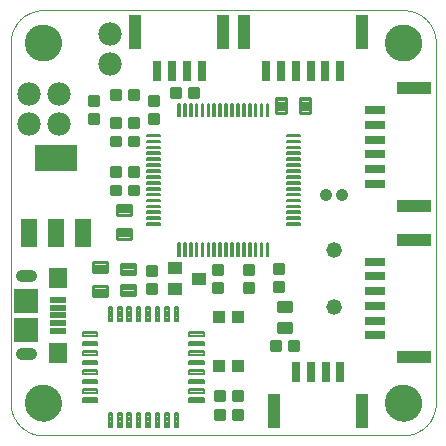
<source format=gts>
G75*
%MOIN*%
%OFA0B0*%
%FSLAX25Y25*%
%IPPOS*%
%LPD*%
%AMOC8*
5,1,8,0,0,1.08239X$1,22.5*
%
%ADD10C,0.00000*%
%ADD11C,0.12211*%
%ADD12C,0.00975*%
%ADD13C,0.01100*%
%ADD14C,0.05200*%
%ADD15C,0.04150*%
%ADD16R,0.07093X0.02762*%
%ADD17R,0.11424X0.04337*%
%ADD18R,0.02762X0.07093*%
%ADD19R,0.04337X0.11424*%
%ADD20C,0.07800*%
%ADD21C,0.00831*%
%ADD22C,0.00790*%
%ADD23R,0.04900X0.04400*%
%ADD24R,0.04337X0.03943*%
%ADD25R,0.05400X0.09400*%
%ADD26R,0.14400X0.08900*%
%ADD27R,0.05715X0.01975*%
%ADD28R,0.05912X0.06699*%
%ADD29C,0.00039*%
%ADD30R,0.07880X0.07880*%
%ADD31C,0.03943*%
D10*
X0006040Y0013081D02*
X0006040Y0133159D01*
X0010961Y0133159D02*
X0010963Y0133312D01*
X0010969Y0133466D01*
X0010979Y0133619D01*
X0010993Y0133771D01*
X0011011Y0133924D01*
X0011033Y0134075D01*
X0011058Y0134226D01*
X0011088Y0134377D01*
X0011122Y0134527D01*
X0011159Y0134675D01*
X0011200Y0134823D01*
X0011245Y0134969D01*
X0011294Y0135115D01*
X0011347Y0135259D01*
X0011403Y0135401D01*
X0011463Y0135542D01*
X0011527Y0135682D01*
X0011594Y0135820D01*
X0011665Y0135956D01*
X0011740Y0136090D01*
X0011817Y0136222D01*
X0011899Y0136352D01*
X0011983Y0136480D01*
X0012071Y0136606D01*
X0012162Y0136729D01*
X0012256Y0136850D01*
X0012354Y0136968D01*
X0012454Y0137084D01*
X0012558Y0137197D01*
X0012664Y0137308D01*
X0012773Y0137416D01*
X0012885Y0137521D01*
X0012999Y0137622D01*
X0013117Y0137721D01*
X0013236Y0137817D01*
X0013358Y0137910D01*
X0013483Y0137999D01*
X0013610Y0138086D01*
X0013739Y0138168D01*
X0013870Y0138248D01*
X0014003Y0138324D01*
X0014138Y0138397D01*
X0014275Y0138466D01*
X0014414Y0138531D01*
X0014554Y0138593D01*
X0014696Y0138651D01*
X0014839Y0138706D01*
X0014984Y0138757D01*
X0015130Y0138804D01*
X0015277Y0138847D01*
X0015425Y0138886D01*
X0015574Y0138922D01*
X0015724Y0138953D01*
X0015875Y0138981D01*
X0016026Y0139005D01*
X0016179Y0139025D01*
X0016331Y0139041D01*
X0016484Y0139053D01*
X0016637Y0139061D01*
X0016790Y0139065D01*
X0016944Y0139065D01*
X0017097Y0139061D01*
X0017250Y0139053D01*
X0017403Y0139041D01*
X0017555Y0139025D01*
X0017708Y0139005D01*
X0017859Y0138981D01*
X0018010Y0138953D01*
X0018160Y0138922D01*
X0018309Y0138886D01*
X0018457Y0138847D01*
X0018604Y0138804D01*
X0018750Y0138757D01*
X0018895Y0138706D01*
X0019038Y0138651D01*
X0019180Y0138593D01*
X0019320Y0138531D01*
X0019459Y0138466D01*
X0019596Y0138397D01*
X0019731Y0138324D01*
X0019864Y0138248D01*
X0019995Y0138168D01*
X0020124Y0138086D01*
X0020251Y0137999D01*
X0020376Y0137910D01*
X0020498Y0137817D01*
X0020617Y0137721D01*
X0020735Y0137622D01*
X0020849Y0137521D01*
X0020961Y0137416D01*
X0021070Y0137308D01*
X0021176Y0137197D01*
X0021280Y0137084D01*
X0021380Y0136968D01*
X0021478Y0136850D01*
X0021572Y0136729D01*
X0021663Y0136606D01*
X0021751Y0136480D01*
X0021835Y0136352D01*
X0021917Y0136222D01*
X0021994Y0136090D01*
X0022069Y0135956D01*
X0022140Y0135820D01*
X0022207Y0135682D01*
X0022271Y0135542D01*
X0022331Y0135401D01*
X0022387Y0135259D01*
X0022440Y0135115D01*
X0022489Y0134969D01*
X0022534Y0134823D01*
X0022575Y0134675D01*
X0022612Y0134527D01*
X0022646Y0134377D01*
X0022676Y0134226D01*
X0022701Y0134075D01*
X0022723Y0133924D01*
X0022741Y0133771D01*
X0022755Y0133619D01*
X0022765Y0133466D01*
X0022771Y0133312D01*
X0022773Y0133159D01*
X0022771Y0133006D01*
X0022765Y0132852D01*
X0022755Y0132699D01*
X0022741Y0132547D01*
X0022723Y0132394D01*
X0022701Y0132243D01*
X0022676Y0132092D01*
X0022646Y0131941D01*
X0022612Y0131791D01*
X0022575Y0131643D01*
X0022534Y0131495D01*
X0022489Y0131349D01*
X0022440Y0131203D01*
X0022387Y0131059D01*
X0022331Y0130917D01*
X0022271Y0130776D01*
X0022207Y0130636D01*
X0022140Y0130498D01*
X0022069Y0130362D01*
X0021994Y0130228D01*
X0021917Y0130096D01*
X0021835Y0129966D01*
X0021751Y0129838D01*
X0021663Y0129712D01*
X0021572Y0129589D01*
X0021478Y0129468D01*
X0021380Y0129350D01*
X0021280Y0129234D01*
X0021176Y0129121D01*
X0021070Y0129010D01*
X0020961Y0128902D01*
X0020849Y0128797D01*
X0020735Y0128696D01*
X0020617Y0128597D01*
X0020498Y0128501D01*
X0020376Y0128408D01*
X0020251Y0128319D01*
X0020124Y0128232D01*
X0019995Y0128150D01*
X0019864Y0128070D01*
X0019731Y0127994D01*
X0019596Y0127921D01*
X0019459Y0127852D01*
X0019320Y0127787D01*
X0019180Y0127725D01*
X0019038Y0127667D01*
X0018895Y0127612D01*
X0018750Y0127561D01*
X0018604Y0127514D01*
X0018457Y0127471D01*
X0018309Y0127432D01*
X0018160Y0127396D01*
X0018010Y0127365D01*
X0017859Y0127337D01*
X0017708Y0127313D01*
X0017555Y0127293D01*
X0017403Y0127277D01*
X0017250Y0127265D01*
X0017097Y0127257D01*
X0016944Y0127253D01*
X0016790Y0127253D01*
X0016637Y0127257D01*
X0016484Y0127265D01*
X0016331Y0127277D01*
X0016179Y0127293D01*
X0016026Y0127313D01*
X0015875Y0127337D01*
X0015724Y0127365D01*
X0015574Y0127396D01*
X0015425Y0127432D01*
X0015277Y0127471D01*
X0015130Y0127514D01*
X0014984Y0127561D01*
X0014839Y0127612D01*
X0014696Y0127667D01*
X0014554Y0127725D01*
X0014414Y0127787D01*
X0014275Y0127852D01*
X0014138Y0127921D01*
X0014003Y0127994D01*
X0013870Y0128070D01*
X0013739Y0128150D01*
X0013610Y0128232D01*
X0013483Y0128319D01*
X0013358Y0128408D01*
X0013236Y0128501D01*
X0013117Y0128597D01*
X0012999Y0128696D01*
X0012885Y0128797D01*
X0012773Y0128902D01*
X0012664Y0129010D01*
X0012558Y0129121D01*
X0012454Y0129234D01*
X0012354Y0129350D01*
X0012256Y0129468D01*
X0012162Y0129589D01*
X0012071Y0129712D01*
X0011983Y0129838D01*
X0011899Y0129966D01*
X0011817Y0130096D01*
X0011740Y0130228D01*
X0011665Y0130362D01*
X0011594Y0130498D01*
X0011527Y0130636D01*
X0011463Y0130776D01*
X0011403Y0130917D01*
X0011347Y0131059D01*
X0011294Y0131203D01*
X0011245Y0131349D01*
X0011200Y0131495D01*
X0011159Y0131643D01*
X0011122Y0131791D01*
X0011088Y0131941D01*
X0011058Y0132092D01*
X0011033Y0132243D01*
X0011011Y0132394D01*
X0010993Y0132547D01*
X0010979Y0132699D01*
X0010969Y0132852D01*
X0010963Y0133006D01*
X0010961Y0133159D01*
X0006040Y0133159D02*
X0006043Y0133421D01*
X0006053Y0133682D01*
X0006068Y0133943D01*
X0006091Y0134204D01*
X0006119Y0134464D01*
X0006154Y0134723D01*
X0006195Y0134982D01*
X0006242Y0135239D01*
X0006295Y0135495D01*
X0006355Y0135750D01*
X0006420Y0136003D01*
X0006492Y0136255D01*
X0006570Y0136505D01*
X0006654Y0136753D01*
X0006744Y0136998D01*
X0006839Y0137242D01*
X0006941Y0137483D01*
X0007048Y0137722D01*
X0007161Y0137957D01*
X0007280Y0138191D01*
X0007405Y0138421D01*
X0007534Y0138648D01*
X0007670Y0138872D01*
X0007811Y0139092D01*
X0007957Y0139309D01*
X0008108Y0139523D01*
X0008264Y0139733D01*
X0008425Y0139939D01*
X0008592Y0140141D01*
X0008763Y0140339D01*
X0008939Y0140532D01*
X0009119Y0140722D01*
X0009304Y0140907D01*
X0009494Y0141087D01*
X0009687Y0141263D01*
X0009885Y0141434D01*
X0010087Y0141601D01*
X0010293Y0141762D01*
X0010503Y0141918D01*
X0010717Y0142069D01*
X0010934Y0142215D01*
X0011154Y0142356D01*
X0011378Y0142492D01*
X0011605Y0142621D01*
X0011835Y0142746D01*
X0012069Y0142865D01*
X0012304Y0142978D01*
X0012543Y0143085D01*
X0012784Y0143187D01*
X0013028Y0143282D01*
X0013273Y0143372D01*
X0013521Y0143456D01*
X0013771Y0143534D01*
X0014023Y0143606D01*
X0014276Y0143671D01*
X0014531Y0143731D01*
X0014787Y0143784D01*
X0015044Y0143831D01*
X0015303Y0143872D01*
X0015562Y0143907D01*
X0015822Y0143935D01*
X0016083Y0143958D01*
X0016344Y0143973D01*
X0016605Y0143983D01*
X0016867Y0143986D01*
X0136946Y0143986D01*
X0131040Y0133159D02*
X0131042Y0133312D01*
X0131048Y0133466D01*
X0131058Y0133619D01*
X0131072Y0133771D01*
X0131090Y0133924D01*
X0131112Y0134075D01*
X0131137Y0134226D01*
X0131167Y0134377D01*
X0131201Y0134527D01*
X0131238Y0134675D01*
X0131279Y0134823D01*
X0131324Y0134969D01*
X0131373Y0135115D01*
X0131426Y0135259D01*
X0131482Y0135401D01*
X0131542Y0135542D01*
X0131606Y0135682D01*
X0131673Y0135820D01*
X0131744Y0135956D01*
X0131819Y0136090D01*
X0131896Y0136222D01*
X0131978Y0136352D01*
X0132062Y0136480D01*
X0132150Y0136606D01*
X0132241Y0136729D01*
X0132335Y0136850D01*
X0132433Y0136968D01*
X0132533Y0137084D01*
X0132637Y0137197D01*
X0132743Y0137308D01*
X0132852Y0137416D01*
X0132964Y0137521D01*
X0133078Y0137622D01*
X0133196Y0137721D01*
X0133315Y0137817D01*
X0133437Y0137910D01*
X0133562Y0137999D01*
X0133689Y0138086D01*
X0133818Y0138168D01*
X0133949Y0138248D01*
X0134082Y0138324D01*
X0134217Y0138397D01*
X0134354Y0138466D01*
X0134493Y0138531D01*
X0134633Y0138593D01*
X0134775Y0138651D01*
X0134918Y0138706D01*
X0135063Y0138757D01*
X0135209Y0138804D01*
X0135356Y0138847D01*
X0135504Y0138886D01*
X0135653Y0138922D01*
X0135803Y0138953D01*
X0135954Y0138981D01*
X0136105Y0139005D01*
X0136258Y0139025D01*
X0136410Y0139041D01*
X0136563Y0139053D01*
X0136716Y0139061D01*
X0136869Y0139065D01*
X0137023Y0139065D01*
X0137176Y0139061D01*
X0137329Y0139053D01*
X0137482Y0139041D01*
X0137634Y0139025D01*
X0137787Y0139005D01*
X0137938Y0138981D01*
X0138089Y0138953D01*
X0138239Y0138922D01*
X0138388Y0138886D01*
X0138536Y0138847D01*
X0138683Y0138804D01*
X0138829Y0138757D01*
X0138974Y0138706D01*
X0139117Y0138651D01*
X0139259Y0138593D01*
X0139399Y0138531D01*
X0139538Y0138466D01*
X0139675Y0138397D01*
X0139810Y0138324D01*
X0139943Y0138248D01*
X0140074Y0138168D01*
X0140203Y0138086D01*
X0140330Y0137999D01*
X0140455Y0137910D01*
X0140577Y0137817D01*
X0140696Y0137721D01*
X0140814Y0137622D01*
X0140928Y0137521D01*
X0141040Y0137416D01*
X0141149Y0137308D01*
X0141255Y0137197D01*
X0141359Y0137084D01*
X0141459Y0136968D01*
X0141557Y0136850D01*
X0141651Y0136729D01*
X0141742Y0136606D01*
X0141830Y0136480D01*
X0141914Y0136352D01*
X0141996Y0136222D01*
X0142073Y0136090D01*
X0142148Y0135956D01*
X0142219Y0135820D01*
X0142286Y0135682D01*
X0142350Y0135542D01*
X0142410Y0135401D01*
X0142466Y0135259D01*
X0142519Y0135115D01*
X0142568Y0134969D01*
X0142613Y0134823D01*
X0142654Y0134675D01*
X0142691Y0134527D01*
X0142725Y0134377D01*
X0142755Y0134226D01*
X0142780Y0134075D01*
X0142802Y0133924D01*
X0142820Y0133771D01*
X0142834Y0133619D01*
X0142844Y0133466D01*
X0142850Y0133312D01*
X0142852Y0133159D01*
X0142850Y0133006D01*
X0142844Y0132852D01*
X0142834Y0132699D01*
X0142820Y0132547D01*
X0142802Y0132394D01*
X0142780Y0132243D01*
X0142755Y0132092D01*
X0142725Y0131941D01*
X0142691Y0131791D01*
X0142654Y0131643D01*
X0142613Y0131495D01*
X0142568Y0131349D01*
X0142519Y0131203D01*
X0142466Y0131059D01*
X0142410Y0130917D01*
X0142350Y0130776D01*
X0142286Y0130636D01*
X0142219Y0130498D01*
X0142148Y0130362D01*
X0142073Y0130228D01*
X0141996Y0130096D01*
X0141914Y0129966D01*
X0141830Y0129838D01*
X0141742Y0129712D01*
X0141651Y0129589D01*
X0141557Y0129468D01*
X0141459Y0129350D01*
X0141359Y0129234D01*
X0141255Y0129121D01*
X0141149Y0129010D01*
X0141040Y0128902D01*
X0140928Y0128797D01*
X0140814Y0128696D01*
X0140696Y0128597D01*
X0140577Y0128501D01*
X0140455Y0128408D01*
X0140330Y0128319D01*
X0140203Y0128232D01*
X0140074Y0128150D01*
X0139943Y0128070D01*
X0139810Y0127994D01*
X0139675Y0127921D01*
X0139538Y0127852D01*
X0139399Y0127787D01*
X0139259Y0127725D01*
X0139117Y0127667D01*
X0138974Y0127612D01*
X0138829Y0127561D01*
X0138683Y0127514D01*
X0138536Y0127471D01*
X0138388Y0127432D01*
X0138239Y0127396D01*
X0138089Y0127365D01*
X0137938Y0127337D01*
X0137787Y0127313D01*
X0137634Y0127293D01*
X0137482Y0127277D01*
X0137329Y0127265D01*
X0137176Y0127257D01*
X0137023Y0127253D01*
X0136869Y0127253D01*
X0136716Y0127257D01*
X0136563Y0127265D01*
X0136410Y0127277D01*
X0136258Y0127293D01*
X0136105Y0127313D01*
X0135954Y0127337D01*
X0135803Y0127365D01*
X0135653Y0127396D01*
X0135504Y0127432D01*
X0135356Y0127471D01*
X0135209Y0127514D01*
X0135063Y0127561D01*
X0134918Y0127612D01*
X0134775Y0127667D01*
X0134633Y0127725D01*
X0134493Y0127787D01*
X0134354Y0127852D01*
X0134217Y0127921D01*
X0134082Y0127994D01*
X0133949Y0128070D01*
X0133818Y0128150D01*
X0133689Y0128232D01*
X0133562Y0128319D01*
X0133437Y0128408D01*
X0133315Y0128501D01*
X0133196Y0128597D01*
X0133078Y0128696D01*
X0132964Y0128797D01*
X0132852Y0128902D01*
X0132743Y0129010D01*
X0132637Y0129121D01*
X0132533Y0129234D01*
X0132433Y0129350D01*
X0132335Y0129468D01*
X0132241Y0129589D01*
X0132150Y0129712D01*
X0132062Y0129838D01*
X0131978Y0129966D01*
X0131896Y0130096D01*
X0131819Y0130228D01*
X0131744Y0130362D01*
X0131673Y0130498D01*
X0131606Y0130636D01*
X0131542Y0130776D01*
X0131482Y0130917D01*
X0131426Y0131059D01*
X0131373Y0131203D01*
X0131324Y0131349D01*
X0131279Y0131495D01*
X0131238Y0131643D01*
X0131201Y0131791D01*
X0131167Y0131941D01*
X0131137Y0132092D01*
X0131112Y0132243D01*
X0131090Y0132394D01*
X0131072Y0132547D01*
X0131058Y0132699D01*
X0131048Y0132852D01*
X0131042Y0133006D01*
X0131040Y0133159D01*
X0136946Y0143986D02*
X0137208Y0143983D01*
X0137469Y0143973D01*
X0137730Y0143958D01*
X0137991Y0143935D01*
X0138251Y0143907D01*
X0138510Y0143872D01*
X0138769Y0143831D01*
X0139026Y0143784D01*
X0139282Y0143731D01*
X0139537Y0143671D01*
X0139790Y0143606D01*
X0140042Y0143534D01*
X0140292Y0143456D01*
X0140540Y0143372D01*
X0140785Y0143282D01*
X0141029Y0143187D01*
X0141270Y0143085D01*
X0141509Y0142978D01*
X0141744Y0142865D01*
X0141978Y0142746D01*
X0142208Y0142621D01*
X0142435Y0142492D01*
X0142659Y0142356D01*
X0142879Y0142215D01*
X0143096Y0142069D01*
X0143310Y0141918D01*
X0143520Y0141762D01*
X0143726Y0141601D01*
X0143928Y0141434D01*
X0144126Y0141263D01*
X0144319Y0141087D01*
X0144509Y0140907D01*
X0144694Y0140722D01*
X0144874Y0140532D01*
X0145050Y0140339D01*
X0145221Y0140141D01*
X0145388Y0139939D01*
X0145549Y0139733D01*
X0145705Y0139523D01*
X0145856Y0139309D01*
X0146002Y0139092D01*
X0146143Y0138872D01*
X0146279Y0138648D01*
X0146408Y0138421D01*
X0146533Y0138191D01*
X0146652Y0137957D01*
X0146765Y0137722D01*
X0146872Y0137483D01*
X0146974Y0137242D01*
X0147069Y0136998D01*
X0147159Y0136753D01*
X0147243Y0136505D01*
X0147321Y0136255D01*
X0147393Y0136003D01*
X0147458Y0135750D01*
X0147518Y0135495D01*
X0147571Y0135239D01*
X0147618Y0134982D01*
X0147659Y0134723D01*
X0147694Y0134464D01*
X0147722Y0134204D01*
X0147745Y0133943D01*
X0147760Y0133682D01*
X0147770Y0133421D01*
X0147773Y0133159D01*
X0147772Y0133159D02*
X0147772Y0013081D01*
X0131040Y0013081D02*
X0131042Y0013234D01*
X0131048Y0013388D01*
X0131058Y0013541D01*
X0131072Y0013693D01*
X0131090Y0013846D01*
X0131112Y0013997D01*
X0131137Y0014148D01*
X0131167Y0014299D01*
X0131201Y0014449D01*
X0131238Y0014597D01*
X0131279Y0014745D01*
X0131324Y0014891D01*
X0131373Y0015037D01*
X0131426Y0015181D01*
X0131482Y0015323D01*
X0131542Y0015464D01*
X0131606Y0015604D01*
X0131673Y0015742D01*
X0131744Y0015878D01*
X0131819Y0016012D01*
X0131896Y0016144D01*
X0131978Y0016274D01*
X0132062Y0016402D01*
X0132150Y0016528D01*
X0132241Y0016651D01*
X0132335Y0016772D01*
X0132433Y0016890D01*
X0132533Y0017006D01*
X0132637Y0017119D01*
X0132743Y0017230D01*
X0132852Y0017338D01*
X0132964Y0017443D01*
X0133078Y0017544D01*
X0133196Y0017643D01*
X0133315Y0017739D01*
X0133437Y0017832D01*
X0133562Y0017921D01*
X0133689Y0018008D01*
X0133818Y0018090D01*
X0133949Y0018170D01*
X0134082Y0018246D01*
X0134217Y0018319D01*
X0134354Y0018388D01*
X0134493Y0018453D01*
X0134633Y0018515D01*
X0134775Y0018573D01*
X0134918Y0018628D01*
X0135063Y0018679D01*
X0135209Y0018726D01*
X0135356Y0018769D01*
X0135504Y0018808D01*
X0135653Y0018844D01*
X0135803Y0018875D01*
X0135954Y0018903D01*
X0136105Y0018927D01*
X0136258Y0018947D01*
X0136410Y0018963D01*
X0136563Y0018975D01*
X0136716Y0018983D01*
X0136869Y0018987D01*
X0137023Y0018987D01*
X0137176Y0018983D01*
X0137329Y0018975D01*
X0137482Y0018963D01*
X0137634Y0018947D01*
X0137787Y0018927D01*
X0137938Y0018903D01*
X0138089Y0018875D01*
X0138239Y0018844D01*
X0138388Y0018808D01*
X0138536Y0018769D01*
X0138683Y0018726D01*
X0138829Y0018679D01*
X0138974Y0018628D01*
X0139117Y0018573D01*
X0139259Y0018515D01*
X0139399Y0018453D01*
X0139538Y0018388D01*
X0139675Y0018319D01*
X0139810Y0018246D01*
X0139943Y0018170D01*
X0140074Y0018090D01*
X0140203Y0018008D01*
X0140330Y0017921D01*
X0140455Y0017832D01*
X0140577Y0017739D01*
X0140696Y0017643D01*
X0140814Y0017544D01*
X0140928Y0017443D01*
X0141040Y0017338D01*
X0141149Y0017230D01*
X0141255Y0017119D01*
X0141359Y0017006D01*
X0141459Y0016890D01*
X0141557Y0016772D01*
X0141651Y0016651D01*
X0141742Y0016528D01*
X0141830Y0016402D01*
X0141914Y0016274D01*
X0141996Y0016144D01*
X0142073Y0016012D01*
X0142148Y0015878D01*
X0142219Y0015742D01*
X0142286Y0015604D01*
X0142350Y0015464D01*
X0142410Y0015323D01*
X0142466Y0015181D01*
X0142519Y0015037D01*
X0142568Y0014891D01*
X0142613Y0014745D01*
X0142654Y0014597D01*
X0142691Y0014449D01*
X0142725Y0014299D01*
X0142755Y0014148D01*
X0142780Y0013997D01*
X0142802Y0013846D01*
X0142820Y0013693D01*
X0142834Y0013541D01*
X0142844Y0013388D01*
X0142850Y0013234D01*
X0142852Y0013081D01*
X0142850Y0012928D01*
X0142844Y0012774D01*
X0142834Y0012621D01*
X0142820Y0012469D01*
X0142802Y0012316D01*
X0142780Y0012165D01*
X0142755Y0012014D01*
X0142725Y0011863D01*
X0142691Y0011713D01*
X0142654Y0011565D01*
X0142613Y0011417D01*
X0142568Y0011271D01*
X0142519Y0011125D01*
X0142466Y0010981D01*
X0142410Y0010839D01*
X0142350Y0010698D01*
X0142286Y0010558D01*
X0142219Y0010420D01*
X0142148Y0010284D01*
X0142073Y0010150D01*
X0141996Y0010018D01*
X0141914Y0009888D01*
X0141830Y0009760D01*
X0141742Y0009634D01*
X0141651Y0009511D01*
X0141557Y0009390D01*
X0141459Y0009272D01*
X0141359Y0009156D01*
X0141255Y0009043D01*
X0141149Y0008932D01*
X0141040Y0008824D01*
X0140928Y0008719D01*
X0140814Y0008618D01*
X0140696Y0008519D01*
X0140577Y0008423D01*
X0140455Y0008330D01*
X0140330Y0008241D01*
X0140203Y0008154D01*
X0140074Y0008072D01*
X0139943Y0007992D01*
X0139810Y0007916D01*
X0139675Y0007843D01*
X0139538Y0007774D01*
X0139399Y0007709D01*
X0139259Y0007647D01*
X0139117Y0007589D01*
X0138974Y0007534D01*
X0138829Y0007483D01*
X0138683Y0007436D01*
X0138536Y0007393D01*
X0138388Y0007354D01*
X0138239Y0007318D01*
X0138089Y0007287D01*
X0137938Y0007259D01*
X0137787Y0007235D01*
X0137634Y0007215D01*
X0137482Y0007199D01*
X0137329Y0007187D01*
X0137176Y0007179D01*
X0137023Y0007175D01*
X0136869Y0007175D01*
X0136716Y0007179D01*
X0136563Y0007187D01*
X0136410Y0007199D01*
X0136258Y0007215D01*
X0136105Y0007235D01*
X0135954Y0007259D01*
X0135803Y0007287D01*
X0135653Y0007318D01*
X0135504Y0007354D01*
X0135356Y0007393D01*
X0135209Y0007436D01*
X0135063Y0007483D01*
X0134918Y0007534D01*
X0134775Y0007589D01*
X0134633Y0007647D01*
X0134493Y0007709D01*
X0134354Y0007774D01*
X0134217Y0007843D01*
X0134082Y0007916D01*
X0133949Y0007992D01*
X0133818Y0008072D01*
X0133689Y0008154D01*
X0133562Y0008241D01*
X0133437Y0008330D01*
X0133315Y0008423D01*
X0133196Y0008519D01*
X0133078Y0008618D01*
X0132964Y0008719D01*
X0132852Y0008824D01*
X0132743Y0008932D01*
X0132637Y0009043D01*
X0132533Y0009156D01*
X0132433Y0009272D01*
X0132335Y0009390D01*
X0132241Y0009511D01*
X0132150Y0009634D01*
X0132062Y0009760D01*
X0131978Y0009888D01*
X0131896Y0010018D01*
X0131819Y0010150D01*
X0131744Y0010284D01*
X0131673Y0010420D01*
X0131606Y0010558D01*
X0131542Y0010698D01*
X0131482Y0010839D01*
X0131426Y0010981D01*
X0131373Y0011125D01*
X0131324Y0011271D01*
X0131279Y0011417D01*
X0131238Y0011565D01*
X0131201Y0011713D01*
X0131167Y0011863D01*
X0131137Y0012014D01*
X0131112Y0012165D01*
X0131090Y0012316D01*
X0131072Y0012469D01*
X0131058Y0012621D01*
X0131048Y0012774D01*
X0131042Y0012928D01*
X0131040Y0013081D01*
X0136946Y0002254D02*
X0137208Y0002257D01*
X0137469Y0002267D01*
X0137730Y0002282D01*
X0137991Y0002305D01*
X0138251Y0002333D01*
X0138510Y0002368D01*
X0138769Y0002409D01*
X0139026Y0002456D01*
X0139282Y0002509D01*
X0139537Y0002569D01*
X0139790Y0002634D01*
X0140042Y0002706D01*
X0140292Y0002784D01*
X0140540Y0002868D01*
X0140785Y0002958D01*
X0141029Y0003053D01*
X0141270Y0003155D01*
X0141509Y0003262D01*
X0141744Y0003375D01*
X0141978Y0003494D01*
X0142208Y0003619D01*
X0142435Y0003748D01*
X0142659Y0003884D01*
X0142879Y0004025D01*
X0143096Y0004171D01*
X0143310Y0004322D01*
X0143520Y0004478D01*
X0143726Y0004639D01*
X0143928Y0004806D01*
X0144126Y0004977D01*
X0144319Y0005153D01*
X0144509Y0005333D01*
X0144694Y0005518D01*
X0144874Y0005708D01*
X0145050Y0005901D01*
X0145221Y0006099D01*
X0145388Y0006301D01*
X0145549Y0006507D01*
X0145705Y0006717D01*
X0145856Y0006931D01*
X0146002Y0007148D01*
X0146143Y0007368D01*
X0146279Y0007592D01*
X0146408Y0007819D01*
X0146533Y0008049D01*
X0146652Y0008283D01*
X0146765Y0008518D01*
X0146872Y0008757D01*
X0146974Y0008998D01*
X0147069Y0009242D01*
X0147159Y0009487D01*
X0147243Y0009735D01*
X0147321Y0009985D01*
X0147393Y0010237D01*
X0147458Y0010490D01*
X0147518Y0010745D01*
X0147571Y0011001D01*
X0147618Y0011258D01*
X0147659Y0011517D01*
X0147694Y0011776D01*
X0147722Y0012036D01*
X0147745Y0012297D01*
X0147760Y0012558D01*
X0147770Y0012819D01*
X0147773Y0013081D01*
X0136946Y0002254D02*
X0016867Y0002254D01*
X0010961Y0013081D02*
X0010963Y0013234D01*
X0010969Y0013388D01*
X0010979Y0013541D01*
X0010993Y0013693D01*
X0011011Y0013846D01*
X0011033Y0013997D01*
X0011058Y0014148D01*
X0011088Y0014299D01*
X0011122Y0014449D01*
X0011159Y0014597D01*
X0011200Y0014745D01*
X0011245Y0014891D01*
X0011294Y0015037D01*
X0011347Y0015181D01*
X0011403Y0015323D01*
X0011463Y0015464D01*
X0011527Y0015604D01*
X0011594Y0015742D01*
X0011665Y0015878D01*
X0011740Y0016012D01*
X0011817Y0016144D01*
X0011899Y0016274D01*
X0011983Y0016402D01*
X0012071Y0016528D01*
X0012162Y0016651D01*
X0012256Y0016772D01*
X0012354Y0016890D01*
X0012454Y0017006D01*
X0012558Y0017119D01*
X0012664Y0017230D01*
X0012773Y0017338D01*
X0012885Y0017443D01*
X0012999Y0017544D01*
X0013117Y0017643D01*
X0013236Y0017739D01*
X0013358Y0017832D01*
X0013483Y0017921D01*
X0013610Y0018008D01*
X0013739Y0018090D01*
X0013870Y0018170D01*
X0014003Y0018246D01*
X0014138Y0018319D01*
X0014275Y0018388D01*
X0014414Y0018453D01*
X0014554Y0018515D01*
X0014696Y0018573D01*
X0014839Y0018628D01*
X0014984Y0018679D01*
X0015130Y0018726D01*
X0015277Y0018769D01*
X0015425Y0018808D01*
X0015574Y0018844D01*
X0015724Y0018875D01*
X0015875Y0018903D01*
X0016026Y0018927D01*
X0016179Y0018947D01*
X0016331Y0018963D01*
X0016484Y0018975D01*
X0016637Y0018983D01*
X0016790Y0018987D01*
X0016944Y0018987D01*
X0017097Y0018983D01*
X0017250Y0018975D01*
X0017403Y0018963D01*
X0017555Y0018947D01*
X0017708Y0018927D01*
X0017859Y0018903D01*
X0018010Y0018875D01*
X0018160Y0018844D01*
X0018309Y0018808D01*
X0018457Y0018769D01*
X0018604Y0018726D01*
X0018750Y0018679D01*
X0018895Y0018628D01*
X0019038Y0018573D01*
X0019180Y0018515D01*
X0019320Y0018453D01*
X0019459Y0018388D01*
X0019596Y0018319D01*
X0019731Y0018246D01*
X0019864Y0018170D01*
X0019995Y0018090D01*
X0020124Y0018008D01*
X0020251Y0017921D01*
X0020376Y0017832D01*
X0020498Y0017739D01*
X0020617Y0017643D01*
X0020735Y0017544D01*
X0020849Y0017443D01*
X0020961Y0017338D01*
X0021070Y0017230D01*
X0021176Y0017119D01*
X0021280Y0017006D01*
X0021380Y0016890D01*
X0021478Y0016772D01*
X0021572Y0016651D01*
X0021663Y0016528D01*
X0021751Y0016402D01*
X0021835Y0016274D01*
X0021917Y0016144D01*
X0021994Y0016012D01*
X0022069Y0015878D01*
X0022140Y0015742D01*
X0022207Y0015604D01*
X0022271Y0015464D01*
X0022331Y0015323D01*
X0022387Y0015181D01*
X0022440Y0015037D01*
X0022489Y0014891D01*
X0022534Y0014745D01*
X0022575Y0014597D01*
X0022612Y0014449D01*
X0022646Y0014299D01*
X0022676Y0014148D01*
X0022701Y0013997D01*
X0022723Y0013846D01*
X0022741Y0013693D01*
X0022755Y0013541D01*
X0022765Y0013388D01*
X0022771Y0013234D01*
X0022773Y0013081D01*
X0022771Y0012928D01*
X0022765Y0012774D01*
X0022755Y0012621D01*
X0022741Y0012469D01*
X0022723Y0012316D01*
X0022701Y0012165D01*
X0022676Y0012014D01*
X0022646Y0011863D01*
X0022612Y0011713D01*
X0022575Y0011565D01*
X0022534Y0011417D01*
X0022489Y0011271D01*
X0022440Y0011125D01*
X0022387Y0010981D01*
X0022331Y0010839D01*
X0022271Y0010698D01*
X0022207Y0010558D01*
X0022140Y0010420D01*
X0022069Y0010284D01*
X0021994Y0010150D01*
X0021917Y0010018D01*
X0021835Y0009888D01*
X0021751Y0009760D01*
X0021663Y0009634D01*
X0021572Y0009511D01*
X0021478Y0009390D01*
X0021380Y0009272D01*
X0021280Y0009156D01*
X0021176Y0009043D01*
X0021070Y0008932D01*
X0020961Y0008824D01*
X0020849Y0008719D01*
X0020735Y0008618D01*
X0020617Y0008519D01*
X0020498Y0008423D01*
X0020376Y0008330D01*
X0020251Y0008241D01*
X0020124Y0008154D01*
X0019995Y0008072D01*
X0019864Y0007992D01*
X0019731Y0007916D01*
X0019596Y0007843D01*
X0019459Y0007774D01*
X0019320Y0007709D01*
X0019180Y0007647D01*
X0019038Y0007589D01*
X0018895Y0007534D01*
X0018750Y0007483D01*
X0018604Y0007436D01*
X0018457Y0007393D01*
X0018309Y0007354D01*
X0018160Y0007318D01*
X0018010Y0007287D01*
X0017859Y0007259D01*
X0017708Y0007235D01*
X0017555Y0007215D01*
X0017403Y0007199D01*
X0017250Y0007187D01*
X0017097Y0007179D01*
X0016944Y0007175D01*
X0016790Y0007175D01*
X0016637Y0007179D01*
X0016484Y0007187D01*
X0016331Y0007199D01*
X0016179Y0007215D01*
X0016026Y0007235D01*
X0015875Y0007259D01*
X0015724Y0007287D01*
X0015574Y0007318D01*
X0015425Y0007354D01*
X0015277Y0007393D01*
X0015130Y0007436D01*
X0014984Y0007483D01*
X0014839Y0007534D01*
X0014696Y0007589D01*
X0014554Y0007647D01*
X0014414Y0007709D01*
X0014275Y0007774D01*
X0014138Y0007843D01*
X0014003Y0007916D01*
X0013870Y0007992D01*
X0013739Y0008072D01*
X0013610Y0008154D01*
X0013483Y0008241D01*
X0013358Y0008330D01*
X0013236Y0008423D01*
X0013117Y0008519D01*
X0012999Y0008618D01*
X0012885Y0008719D01*
X0012773Y0008824D01*
X0012664Y0008932D01*
X0012558Y0009043D01*
X0012454Y0009156D01*
X0012354Y0009272D01*
X0012256Y0009390D01*
X0012162Y0009511D01*
X0012071Y0009634D01*
X0011983Y0009760D01*
X0011899Y0009888D01*
X0011817Y0010018D01*
X0011740Y0010150D01*
X0011665Y0010284D01*
X0011594Y0010420D01*
X0011527Y0010558D01*
X0011463Y0010698D01*
X0011403Y0010839D01*
X0011347Y0010981D01*
X0011294Y0011125D01*
X0011245Y0011271D01*
X0011200Y0011417D01*
X0011159Y0011565D01*
X0011122Y0011713D01*
X0011088Y0011863D01*
X0011058Y0012014D01*
X0011033Y0012165D01*
X0011011Y0012316D01*
X0010993Y0012469D01*
X0010979Y0012621D01*
X0010969Y0012774D01*
X0010963Y0012928D01*
X0010961Y0013081D01*
X0006040Y0013081D02*
X0006043Y0012819D01*
X0006053Y0012558D01*
X0006068Y0012297D01*
X0006091Y0012036D01*
X0006119Y0011776D01*
X0006154Y0011517D01*
X0006195Y0011258D01*
X0006242Y0011001D01*
X0006295Y0010745D01*
X0006355Y0010490D01*
X0006420Y0010237D01*
X0006492Y0009985D01*
X0006570Y0009735D01*
X0006654Y0009487D01*
X0006744Y0009242D01*
X0006839Y0008998D01*
X0006941Y0008757D01*
X0007048Y0008518D01*
X0007161Y0008283D01*
X0007280Y0008049D01*
X0007405Y0007819D01*
X0007534Y0007592D01*
X0007670Y0007368D01*
X0007811Y0007148D01*
X0007957Y0006931D01*
X0008108Y0006717D01*
X0008264Y0006507D01*
X0008425Y0006301D01*
X0008592Y0006099D01*
X0008763Y0005901D01*
X0008939Y0005708D01*
X0009119Y0005518D01*
X0009304Y0005333D01*
X0009494Y0005153D01*
X0009687Y0004977D01*
X0009885Y0004806D01*
X0010087Y0004639D01*
X0010293Y0004478D01*
X0010503Y0004322D01*
X0010717Y0004171D01*
X0010934Y0004025D01*
X0011154Y0003884D01*
X0011378Y0003748D01*
X0011605Y0003619D01*
X0011835Y0003494D01*
X0012069Y0003375D01*
X0012304Y0003262D01*
X0012543Y0003155D01*
X0012784Y0003053D01*
X0013028Y0002958D01*
X0013273Y0002868D01*
X0013521Y0002784D01*
X0013771Y0002706D01*
X0014023Y0002634D01*
X0014276Y0002569D01*
X0014531Y0002509D01*
X0014787Y0002456D01*
X0015044Y0002409D01*
X0015303Y0002368D01*
X0015562Y0002333D01*
X0015822Y0002305D01*
X0016083Y0002282D01*
X0016344Y0002267D01*
X0016605Y0002257D01*
X0016867Y0002254D01*
D11*
X0016867Y0013081D03*
X0136946Y0013081D03*
X0136946Y0133159D03*
X0016867Y0133159D03*
D12*
X0032077Y0115467D02*
X0032077Y0112541D01*
X0032077Y0115467D02*
X0035003Y0115467D01*
X0035003Y0112541D01*
X0032077Y0112541D01*
X0032077Y0113515D02*
X0035003Y0113515D01*
X0035003Y0114489D02*
X0032077Y0114489D01*
X0032077Y0115463D02*
X0035003Y0115463D01*
X0039452Y0114541D02*
X0042378Y0114541D01*
X0039452Y0114541D02*
X0039452Y0117467D01*
X0042378Y0117467D01*
X0042378Y0114541D01*
X0042378Y0115515D02*
X0039452Y0115515D01*
X0039452Y0116489D02*
X0042378Y0116489D01*
X0042378Y0117463D02*
X0039452Y0117463D01*
X0045452Y0114541D02*
X0048378Y0114541D01*
X0045452Y0114541D02*
X0045452Y0117467D01*
X0048378Y0117467D01*
X0048378Y0114541D01*
X0048378Y0115515D02*
X0045452Y0115515D01*
X0045452Y0116489D02*
X0048378Y0116489D01*
X0048378Y0117463D02*
X0045452Y0117463D01*
X0052077Y0115467D02*
X0052077Y0112541D01*
X0052077Y0115467D02*
X0055003Y0115467D01*
X0055003Y0112541D01*
X0052077Y0112541D01*
X0052077Y0113515D02*
X0055003Y0113515D01*
X0055003Y0114489D02*
X0052077Y0114489D01*
X0052077Y0115463D02*
X0055003Y0115463D01*
X0059452Y0114999D02*
X0062378Y0114999D01*
X0059452Y0114999D02*
X0059452Y0117925D01*
X0062378Y0117925D01*
X0062378Y0114999D01*
X0062378Y0115973D02*
X0059452Y0115973D01*
X0059452Y0116947D02*
X0062378Y0116947D01*
X0062378Y0117921D02*
X0059452Y0117921D01*
X0065452Y0114999D02*
X0068378Y0114999D01*
X0065452Y0114999D02*
X0065452Y0117925D01*
X0068378Y0117925D01*
X0068378Y0114999D01*
X0068378Y0115973D02*
X0065452Y0115973D01*
X0065452Y0116947D02*
X0068378Y0116947D01*
X0068378Y0117921D02*
X0065452Y0117921D01*
X0052077Y0109467D02*
X0052077Y0106541D01*
X0052077Y0109467D02*
X0055003Y0109467D01*
X0055003Y0106541D01*
X0052077Y0106541D01*
X0052077Y0107515D02*
X0055003Y0107515D01*
X0055003Y0108489D02*
X0052077Y0108489D01*
X0052077Y0109463D02*
X0055003Y0109463D01*
X0048378Y0105208D02*
X0045452Y0105208D01*
X0045452Y0108134D01*
X0048378Y0108134D01*
X0048378Y0105208D01*
X0048378Y0106182D02*
X0045452Y0106182D01*
X0045452Y0107156D02*
X0048378Y0107156D01*
X0048378Y0108130D02*
X0045452Y0108130D01*
X0042378Y0105208D02*
X0039452Y0105208D01*
X0039452Y0108134D01*
X0042378Y0108134D01*
X0042378Y0105208D01*
X0042378Y0106182D02*
X0039452Y0106182D01*
X0039452Y0107156D02*
X0042378Y0107156D01*
X0042378Y0108130D02*
X0039452Y0108130D01*
X0032077Y0109467D02*
X0032077Y0106541D01*
X0032077Y0109467D02*
X0035003Y0109467D01*
X0035003Y0106541D01*
X0032077Y0106541D01*
X0032077Y0107515D02*
X0035003Y0107515D01*
X0035003Y0108489D02*
X0032077Y0108489D01*
X0032077Y0109463D02*
X0035003Y0109463D01*
X0039452Y0098916D02*
X0042378Y0098916D01*
X0039452Y0098916D02*
X0039452Y0101842D01*
X0042378Y0101842D01*
X0042378Y0098916D01*
X0042378Y0099890D02*
X0039452Y0099890D01*
X0039452Y0100864D02*
X0042378Y0100864D01*
X0042378Y0101838D02*
X0039452Y0101838D01*
X0045452Y0098916D02*
X0048378Y0098916D01*
X0045452Y0098916D02*
X0045452Y0101842D01*
X0048378Y0101842D01*
X0048378Y0098916D01*
X0048378Y0099890D02*
X0045452Y0099890D01*
X0045452Y0100864D02*
X0048378Y0100864D01*
X0048378Y0101838D02*
X0045452Y0101838D01*
X0045452Y0088874D02*
X0048378Y0088874D01*
X0045452Y0088874D02*
X0045452Y0091800D01*
X0048378Y0091800D01*
X0048378Y0088874D01*
X0048378Y0089848D02*
X0045452Y0089848D01*
X0045452Y0090822D02*
X0048378Y0090822D01*
X0048378Y0091796D02*
X0045452Y0091796D01*
X0042378Y0088874D02*
X0039452Y0088874D01*
X0039452Y0091800D01*
X0042378Y0091800D01*
X0042378Y0088874D01*
X0042378Y0089848D02*
X0039452Y0089848D01*
X0039452Y0090822D02*
X0042378Y0090822D01*
X0042378Y0091796D02*
X0039452Y0091796D01*
X0039452Y0082583D02*
X0042378Y0082583D01*
X0039452Y0082583D02*
X0039452Y0085509D01*
X0042378Y0085509D01*
X0042378Y0082583D01*
X0042378Y0083557D02*
X0039452Y0083557D01*
X0039452Y0084531D02*
X0042378Y0084531D01*
X0042378Y0085505D02*
X0039452Y0085505D01*
X0045452Y0082583D02*
X0048378Y0082583D01*
X0045452Y0082583D02*
X0045452Y0085509D01*
X0048378Y0085509D01*
X0048378Y0082583D01*
X0048378Y0083557D02*
X0045452Y0083557D01*
X0045452Y0084531D02*
X0048378Y0084531D01*
X0048378Y0085505D02*
X0045452Y0085505D01*
X0054503Y0058717D02*
X0054503Y0055791D01*
X0051577Y0055791D01*
X0051577Y0058717D01*
X0054503Y0058717D01*
X0054503Y0056765D02*
X0051577Y0056765D01*
X0051577Y0057739D02*
X0054503Y0057739D01*
X0054503Y0058713D02*
X0051577Y0058713D01*
X0054503Y0052717D02*
X0054503Y0049791D01*
X0051577Y0049791D01*
X0051577Y0052717D01*
X0054503Y0052717D01*
X0054503Y0050765D02*
X0051577Y0050765D01*
X0051577Y0051739D02*
X0054503Y0051739D01*
X0054503Y0052713D02*
X0051577Y0052713D01*
X0073409Y0053001D02*
X0073409Y0050075D01*
X0073409Y0053001D02*
X0076335Y0053001D01*
X0076335Y0050075D01*
X0073409Y0050075D01*
X0073409Y0051049D02*
X0076335Y0051049D01*
X0076335Y0052023D02*
X0073409Y0052023D01*
X0073409Y0052997D02*
X0076335Y0052997D01*
X0073409Y0056075D02*
X0073409Y0059001D01*
X0076335Y0059001D01*
X0076335Y0056075D01*
X0073409Y0056075D01*
X0073409Y0057049D02*
X0076335Y0057049D01*
X0076335Y0058023D02*
X0073409Y0058023D01*
X0073409Y0058997D02*
X0076335Y0058997D01*
X0083741Y0059001D02*
X0083741Y0056075D01*
X0083741Y0059001D02*
X0086667Y0059001D01*
X0086667Y0056075D01*
X0083741Y0056075D01*
X0083741Y0057049D02*
X0086667Y0057049D01*
X0086667Y0058023D02*
X0083741Y0058023D01*
X0083741Y0058997D02*
X0086667Y0058997D01*
X0083741Y0053001D02*
X0083741Y0050075D01*
X0083741Y0053001D02*
X0086667Y0053001D01*
X0086667Y0050075D01*
X0083741Y0050075D01*
X0083741Y0051049D02*
X0086667Y0051049D01*
X0086667Y0052023D02*
X0083741Y0052023D01*
X0083741Y0052997D02*
X0086667Y0052997D01*
X0093831Y0053217D02*
X0093831Y0050291D01*
X0093831Y0053217D02*
X0096757Y0053217D01*
X0096757Y0050291D01*
X0093831Y0050291D01*
X0093831Y0051265D02*
X0096757Y0051265D01*
X0096757Y0052239D02*
X0093831Y0052239D01*
X0093831Y0053213D02*
X0096757Y0053213D01*
X0093831Y0056291D02*
X0093831Y0059217D01*
X0096757Y0059217D01*
X0096757Y0056291D01*
X0093831Y0056291D01*
X0093831Y0057265D02*
X0096757Y0057265D01*
X0096757Y0058239D02*
X0093831Y0058239D01*
X0093831Y0059213D02*
X0096757Y0059213D01*
X0095077Y0046602D02*
X0095077Y0043676D01*
X0095077Y0046602D02*
X0099503Y0046602D01*
X0099503Y0043676D01*
X0095077Y0043676D01*
X0095077Y0044650D02*
X0099503Y0044650D01*
X0099503Y0045624D02*
X0095077Y0045624D01*
X0095077Y0046598D02*
X0099503Y0046598D01*
X0095077Y0039602D02*
X0095077Y0036676D01*
X0095077Y0039602D02*
X0099503Y0039602D01*
X0099503Y0036676D01*
X0095077Y0036676D01*
X0095077Y0037650D02*
X0099503Y0037650D01*
X0099503Y0038624D02*
X0095077Y0038624D01*
X0095077Y0039598D02*
X0099503Y0039598D01*
X0098827Y0030791D02*
X0101753Y0030791D01*
X0098827Y0030791D02*
X0098827Y0033717D01*
X0101753Y0033717D01*
X0101753Y0030791D01*
X0101753Y0031765D02*
X0098827Y0031765D01*
X0098827Y0032739D02*
X0101753Y0032739D01*
X0101753Y0033713D02*
X0098827Y0033713D01*
X0095753Y0030791D02*
X0092827Y0030791D01*
X0092827Y0033717D01*
X0095753Y0033717D01*
X0095753Y0030791D01*
X0095753Y0031765D02*
X0092827Y0031765D01*
X0092827Y0032739D02*
X0095753Y0032739D01*
X0095753Y0033713D02*
X0092827Y0033713D01*
X0083003Y0014037D02*
X0080077Y0014037D01*
X0080077Y0016963D01*
X0083003Y0016963D01*
X0083003Y0014037D01*
X0083003Y0015011D02*
X0080077Y0015011D01*
X0080077Y0015985D02*
X0083003Y0015985D01*
X0083003Y0016959D02*
X0080077Y0016959D01*
X0077003Y0014037D02*
X0074077Y0014037D01*
X0074077Y0016963D01*
X0077003Y0016963D01*
X0077003Y0014037D01*
X0077003Y0015011D02*
X0074077Y0015011D01*
X0074077Y0015985D02*
X0077003Y0015985D01*
X0077003Y0016959D02*
X0074077Y0016959D01*
X0074077Y0007787D02*
X0077003Y0007787D01*
X0074077Y0007787D02*
X0074077Y0010713D01*
X0077003Y0010713D01*
X0077003Y0007787D01*
X0077003Y0008761D02*
X0074077Y0008761D01*
X0074077Y0009735D02*
X0077003Y0009735D01*
X0077003Y0010709D02*
X0074077Y0010709D01*
X0080077Y0007787D02*
X0083003Y0007787D01*
X0080077Y0007787D02*
X0080077Y0010713D01*
X0083003Y0010713D01*
X0083003Y0007787D01*
X0083003Y0008761D02*
X0080077Y0008761D01*
X0080077Y0009735D02*
X0083003Y0009735D01*
X0083003Y0010709D02*
X0080077Y0010709D01*
D13*
X0047503Y0049104D02*
X0047503Y0052404D01*
X0047503Y0049104D02*
X0042703Y0049104D01*
X0042703Y0052404D01*
X0047503Y0052404D01*
X0047503Y0050203D02*
X0042703Y0050203D01*
X0042703Y0051302D02*
X0047503Y0051302D01*
X0047503Y0052401D02*
X0042703Y0052401D01*
X0047503Y0056104D02*
X0047503Y0059404D01*
X0047503Y0056104D02*
X0042703Y0056104D01*
X0042703Y0059404D01*
X0047503Y0059404D01*
X0047503Y0057203D02*
X0042703Y0057203D01*
X0042703Y0058302D02*
X0047503Y0058302D01*
X0047503Y0059401D02*
X0042703Y0059401D01*
X0038316Y0059904D02*
X0038316Y0056604D01*
X0033516Y0056604D01*
X0033516Y0059904D01*
X0038316Y0059904D01*
X0038316Y0057703D02*
X0033516Y0057703D01*
X0033516Y0058802D02*
X0038316Y0058802D01*
X0038316Y0059901D02*
X0033516Y0059901D01*
X0038316Y0051904D02*
X0038316Y0048604D01*
X0033516Y0048604D01*
X0033516Y0051904D01*
X0038316Y0051904D01*
X0038316Y0049703D02*
X0033516Y0049703D01*
X0033516Y0050802D02*
X0038316Y0050802D01*
X0038316Y0051901D02*
X0033516Y0051901D01*
X0041515Y0067854D02*
X0041515Y0071154D01*
X0046315Y0071154D01*
X0046315Y0067854D01*
X0041515Y0067854D01*
X0041515Y0068953D02*
X0046315Y0068953D01*
X0046315Y0070052D02*
X0041515Y0070052D01*
X0041515Y0071151D02*
X0046315Y0071151D01*
X0041515Y0075854D02*
X0041515Y0079154D01*
X0046315Y0079154D01*
X0046315Y0075854D01*
X0041515Y0075854D01*
X0041515Y0076953D02*
X0046315Y0076953D01*
X0046315Y0078052D02*
X0041515Y0078052D01*
X0041515Y0079151D02*
X0046315Y0079151D01*
X0094484Y0109854D02*
X0097784Y0109854D01*
X0094484Y0109854D02*
X0094484Y0114654D01*
X0097784Y0114654D01*
X0097784Y0109854D01*
X0097784Y0110953D02*
X0094484Y0110953D01*
X0094484Y0112052D02*
X0097784Y0112052D01*
X0097784Y0113151D02*
X0094484Y0113151D01*
X0094484Y0114250D02*
X0097784Y0114250D01*
X0102484Y0109854D02*
X0105784Y0109854D01*
X0102484Y0109854D02*
X0102484Y0114654D01*
X0105784Y0114654D01*
X0105784Y0109854D01*
X0105784Y0110953D02*
X0102484Y0110953D01*
X0102484Y0112052D02*
X0105784Y0112052D01*
X0105784Y0113151D02*
X0102484Y0113151D01*
X0102484Y0114250D02*
X0105784Y0114250D01*
D14*
X0113909Y0063943D03*
X0113909Y0044943D03*
D15*
X0111209Y0082254D03*
X0116609Y0082254D03*
D16*
X0127359Y0086040D03*
X0127359Y0090962D03*
X0127359Y0095883D03*
X0127359Y0100804D03*
X0127359Y0105725D03*
X0127359Y0110647D03*
X0127359Y0060200D03*
X0127359Y0055279D03*
X0127359Y0050357D03*
X0127359Y0045436D03*
X0127359Y0040515D03*
X0127359Y0035594D03*
D17*
X0140548Y0028310D03*
X0140548Y0067483D03*
X0140548Y0078757D03*
X0140548Y0117930D03*
D18*
X0115843Y0123573D03*
X0110922Y0123573D03*
X0106001Y0123573D03*
X0101079Y0123573D03*
X0096158Y0123573D03*
X0091237Y0123573D03*
X0069672Y0123573D03*
X0064751Y0123573D03*
X0059829Y0123573D03*
X0054908Y0123573D03*
X0101158Y0023435D03*
X0106079Y0023435D03*
X0111001Y0023435D03*
X0115922Y0023435D03*
D19*
X0123205Y0010246D03*
X0093875Y0010246D03*
X0083953Y0136762D03*
X0076955Y0136762D03*
X0047625Y0136762D03*
X0123127Y0136762D03*
D20*
X0039173Y0136004D03*
X0039173Y0126004D03*
X0022290Y0116004D03*
X0012290Y0116004D03*
X0012290Y0106004D03*
X0022290Y0106004D03*
D21*
X0051472Y0102508D02*
X0051472Y0101954D01*
X0051472Y0102508D02*
X0055766Y0102508D01*
X0055766Y0101954D01*
X0051472Y0101954D01*
X0051472Y0100508D02*
X0051472Y0099954D01*
X0051472Y0100508D02*
X0055766Y0100508D01*
X0055766Y0099954D01*
X0051472Y0099954D01*
X0051472Y0098508D02*
X0051472Y0097954D01*
X0051472Y0098508D02*
X0055766Y0098508D01*
X0055766Y0097954D01*
X0051472Y0097954D01*
X0051472Y0096608D02*
X0051472Y0096054D01*
X0051472Y0096608D02*
X0055766Y0096608D01*
X0055766Y0096054D01*
X0051472Y0096054D01*
X0051472Y0094608D02*
X0051472Y0094054D01*
X0051472Y0094608D02*
X0055766Y0094608D01*
X0055766Y0094054D01*
X0051472Y0094054D01*
X0051472Y0092608D02*
X0051472Y0092054D01*
X0051472Y0092608D02*
X0055766Y0092608D01*
X0055766Y0092054D01*
X0051472Y0092054D01*
X0051472Y0090708D02*
X0051472Y0090154D01*
X0051472Y0090708D02*
X0055766Y0090708D01*
X0055766Y0090154D01*
X0051472Y0090154D01*
X0051472Y0088708D02*
X0051472Y0088154D01*
X0051472Y0088708D02*
X0055766Y0088708D01*
X0055766Y0088154D01*
X0051472Y0088154D01*
X0051472Y0086708D02*
X0051472Y0086154D01*
X0051472Y0086708D02*
X0055766Y0086708D01*
X0055766Y0086154D01*
X0051472Y0086154D01*
X0051472Y0084708D02*
X0051472Y0084154D01*
X0051472Y0084708D02*
X0055766Y0084708D01*
X0055766Y0084154D01*
X0051472Y0084154D01*
X0051472Y0082808D02*
X0051472Y0082254D01*
X0051472Y0082808D02*
X0055766Y0082808D01*
X0055766Y0082254D01*
X0051472Y0082254D01*
X0051472Y0080808D02*
X0051472Y0080254D01*
X0051472Y0080808D02*
X0055766Y0080808D01*
X0055766Y0080254D01*
X0051472Y0080254D01*
X0051472Y0078808D02*
X0051472Y0078254D01*
X0051472Y0078808D02*
X0055766Y0078808D01*
X0055766Y0078254D01*
X0051472Y0078254D01*
X0051472Y0076908D02*
X0051472Y0076354D01*
X0051472Y0076908D02*
X0055766Y0076908D01*
X0055766Y0076354D01*
X0051472Y0076354D01*
X0051472Y0074908D02*
X0051472Y0074354D01*
X0051472Y0074908D02*
X0055766Y0074908D01*
X0055766Y0074354D01*
X0051472Y0074354D01*
X0051472Y0072908D02*
X0051472Y0072354D01*
X0051472Y0072908D02*
X0055766Y0072908D01*
X0055766Y0072354D01*
X0051472Y0072354D01*
X0061829Y0066291D02*
X0062383Y0066291D01*
X0062383Y0061997D01*
X0061829Y0061997D01*
X0061829Y0066291D01*
X0061829Y0062827D02*
X0062383Y0062827D01*
X0062383Y0063657D02*
X0061829Y0063657D01*
X0061829Y0064487D02*
X0062383Y0064487D01*
X0062383Y0065317D02*
X0061829Y0065317D01*
X0061829Y0066147D02*
X0062383Y0066147D01*
X0063829Y0066291D02*
X0064383Y0066291D01*
X0064383Y0061997D01*
X0063829Y0061997D01*
X0063829Y0066291D01*
X0063829Y0062827D02*
X0064383Y0062827D01*
X0064383Y0063657D02*
X0063829Y0063657D01*
X0063829Y0064487D02*
X0064383Y0064487D01*
X0064383Y0065317D02*
X0063829Y0065317D01*
X0063829Y0066147D02*
X0064383Y0066147D01*
X0065829Y0066291D02*
X0066383Y0066291D01*
X0066383Y0061997D01*
X0065829Y0061997D01*
X0065829Y0066291D01*
X0065829Y0062827D02*
X0066383Y0062827D01*
X0066383Y0063657D02*
X0065829Y0063657D01*
X0065829Y0064487D02*
X0066383Y0064487D01*
X0066383Y0065317D02*
X0065829Y0065317D01*
X0065829Y0066147D02*
X0066383Y0066147D01*
X0067729Y0066291D02*
X0068283Y0066291D01*
X0068283Y0061997D01*
X0067729Y0061997D01*
X0067729Y0066291D01*
X0067729Y0062827D02*
X0068283Y0062827D01*
X0068283Y0063657D02*
X0067729Y0063657D01*
X0067729Y0064487D02*
X0068283Y0064487D01*
X0068283Y0065317D02*
X0067729Y0065317D01*
X0067729Y0066147D02*
X0068283Y0066147D01*
X0069729Y0066291D02*
X0070283Y0066291D01*
X0070283Y0061997D01*
X0069729Y0061997D01*
X0069729Y0066291D01*
X0069729Y0062827D02*
X0070283Y0062827D01*
X0070283Y0063657D02*
X0069729Y0063657D01*
X0069729Y0064487D02*
X0070283Y0064487D01*
X0070283Y0065317D02*
X0069729Y0065317D01*
X0069729Y0066147D02*
X0070283Y0066147D01*
X0071729Y0066291D02*
X0072283Y0066291D01*
X0072283Y0061997D01*
X0071729Y0061997D01*
X0071729Y0066291D01*
X0071729Y0062827D02*
X0072283Y0062827D01*
X0072283Y0063657D02*
X0071729Y0063657D01*
X0071729Y0064487D02*
X0072283Y0064487D01*
X0072283Y0065317D02*
X0071729Y0065317D01*
X0071729Y0066147D02*
X0072283Y0066147D01*
X0073629Y0066291D02*
X0074183Y0066291D01*
X0074183Y0061997D01*
X0073629Y0061997D01*
X0073629Y0066291D01*
X0073629Y0062827D02*
X0074183Y0062827D01*
X0074183Y0063657D02*
X0073629Y0063657D01*
X0073629Y0064487D02*
X0074183Y0064487D01*
X0074183Y0065317D02*
X0073629Y0065317D01*
X0073629Y0066147D02*
X0074183Y0066147D01*
X0075629Y0066291D02*
X0076183Y0066291D01*
X0076183Y0061997D01*
X0075629Y0061997D01*
X0075629Y0066291D01*
X0075629Y0062827D02*
X0076183Y0062827D01*
X0076183Y0063657D02*
X0075629Y0063657D01*
X0075629Y0064487D02*
X0076183Y0064487D01*
X0076183Y0065317D02*
X0075629Y0065317D01*
X0075629Y0066147D02*
X0076183Y0066147D01*
X0077629Y0066291D02*
X0078183Y0066291D01*
X0078183Y0061997D01*
X0077629Y0061997D01*
X0077629Y0066291D01*
X0077629Y0062827D02*
X0078183Y0062827D01*
X0078183Y0063657D02*
X0077629Y0063657D01*
X0077629Y0064487D02*
X0078183Y0064487D01*
X0078183Y0065317D02*
X0077629Y0065317D01*
X0077629Y0066147D02*
X0078183Y0066147D01*
X0079629Y0066291D02*
X0080183Y0066291D01*
X0080183Y0061997D01*
X0079629Y0061997D01*
X0079629Y0066291D01*
X0079629Y0062827D02*
X0080183Y0062827D01*
X0080183Y0063657D02*
X0079629Y0063657D01*
X0079629Y0064487D02*
X0080183Y0064487D01*
X0080183Y0065317D02*
X0079629Y0065317D01*
X0079629Y0066147D02*
X0080183Y0066147D01*
X0081529Y0066291D02*
X0082083Y0066291D01*
X0082083Y0061997D01*
X0081529Y0061997D01*
X0081529Y0066291D01*
X0081529Y0062827D02*
X0082083Y0062827D01*
X0082083Y0063657D02*
X0081529Y0063657D01*
X0081529Y0064487D02*
X0082083Y0064487D01*
X0082083Y0065317D02*
X0081529Y0065317D01*
X0081529Y0066147D02*
X0082083Y0066147D01*
X0083529Y0066291D02*
X0084083Y0066291D01*
X0084083Y0061997D01*
X0083529Y0061997D01*
X0083529Y0066291D01*
X0083529Y0062827D02*
X0084083Y0062827D01*
X0084083Y0063657D02*
X0083529Y0063657D01*
X0083529Y0064487D02*
X0084083Y0064487D01*
X0084083Y0065317D02*
X0083529Y0065317D01*
X0083529Y0066147D02*
X0084083Y0066147D01*
X0085529Y0066291D02*
X0086083Y0066291D01*
X0086083Y0061997D01*
X0085529Y0061997D01*
X0085529Y0066291D01*
X0085529Y0062827D02*
X0086083Y0062827D01*
X0086083Y0063657D02*
X0085529Y0063657D01*
X0085529Y0064487D02*
X0086083Y0064487D01*
X0086083Y0065317D02*
X0085529Y0065317D01*
X0085529Y0066147D02*
X0086083Y0066147D01*
X0087429Y0066291D02*
X0087983Y0066291D01*
X0087983Y0061997D01*
X0087429Y0061997D01*
X0087429Y0066291D01*
X0087429Y0062827D02*
X0087983Y0062827D01*
X0087983Y0063657D02*
X0087429Y0063657D01*
X0087429Y0064487D02*
X0087983Y0064487D01*
X0087983Y0065317D02*
X0087429Y0065317D01*
X0087429Y0066147D02*
X0087983Y0066147D01*
X0089429Y0066291D02*
X0089983Y0066291D01*
X0089983Y0061997D01*
X0089429Y0061997D01*
X0089429Y0066291D01*
X0089429Y0062827D02*
X0089983Y0062827D01*
X0089983Y0063657D02*
X0089429Y0063657D01*
X0089429Y0064487D02*
X0089983Y0064487D01*
X0089983Y0065317D02*
X0089429Y0065317D01*
X0089429Y0066147D02*
X0089983Y0066147D01*
X0091429Y0066291D02*
X0091983Y0066291D01*
X0091983Y0061997D01*
X0091429Y0061997D01*
X0091429Y0066291D01*
X0091429Y0062827D02*
X0091983Y0062827D01*
X0091983Y0063657D02*
X0091429Y0063657D01*
X0091429Y0064487D02*
X0091983Y0064487D01*
X0091983Y0065317D02*
X0091429Y0065317D01*
X0091429Y0066147D02*
X0091983Y0066147D01*
X0098047Y0072354D02*
X0098047Y0072908D01*
X0102341Y0072908D01*
X0102341Y0072354D01*
X0098047Y0072354D01*
X0098047Y0074354D02*
X0098047Y0074908D01*
X0102341Y0074908D01*
X0102341Y0074354D01*
X0098047Y0074354D01*
X0098047Y0076354D02*
X0098047Y0076908D01*
X0102341Y0076908D01*
X0102341Y0076354D01*
X0098047Y0076354D01*
X0098047Y0078254D02*
X0098047Y0078808D01*
X0102341Y0078808D01*
X0102341Y0078254D01*
X0098047Y0078254D01*
X0098047Y0080254D02*
X0098047Y0080808D01*
X0102341Y0080808D01*
X0102341Y0080254D01*
X0098047Y0080254D01*
X0098047Y0082254D02*
X0098047Y0082808D01*
X0102341Y0082808D01*
X0102341Y0082254D01*
X0098047Y0082254D01*
X0098047Y0084154D02*
X0098047Y0084708D01*
X0102341Y0084708D01*
X0102341Y0084154D01*
X0098047Y0084154D01*
X0098047Y0086154D02*
X0098047Y0086708D01*
X0102341Y0086708D01*
X0102341Y0086154D01*
X0098047Y0086154D01*
X0098047Y0088154D02*
X0098047Y0088708D01*
X0102341Y0088708D01*
X0102341Y0088154D01*
X0098047Y0088154D01*
X0098047Y0090154D02*
X0098047Y0090708D01*
X0102341Y0090708D01*
X0102341Y0090154D01*
X0098047Y0090154D01*
X0098047Y0092054D02*
X0098047Y0092608D01*
X0102341Y0092608D01*
X0102341Y0092054D01*
X0098047Y0092054D01*
X0098047Y0094054D02*
X0098047Y0094608D01*
X0102341Y0094608D01*
X0102341Y0094054D01*
X0098047Y0094054D01*
X0098047Y0096054D02*
X0098047Y0096608D01*
X0102341Y0096608D01*
X0102341Y0096054D01*
X0098047Y0096054D01*
X0098047Y0097954D02*
X0098047Y0098508D01*
X0102341Y0098508D01*
X0102341Y0097954D01*
X0098047Y0097954D01*
X0098047Y0099954D02*
X0098047Y0100508D01*
X0102341Y0100508D01*
X0102341Y0099954D01*
X0098047Y0099954D01*
X0098047Y0101954D02*
X0098047Y0102508D01*
X0102341Y0102508D01*
X0102341Y0101954D01*
X0098047Y0101954D01*
X0091983Y0112866D02*
X0091429Y0112866D01*
X0091983Y0112866D02*
X0091983Y0108572D01*
X0091429Y0108572D01*
X0091429Y0112866D01*
X0091429Y0109402D02*
X0091983Y0109402D01*
X0091983Y0110232D02*
X0091429Y0110232D01*
X0091429Y0111062D02*
X0091983Y0111062D01*
X0091983Y0111892D02*
X0091429Y0111892D01*
X0091429Y0112722D02*
X0091983Y0112722D01*
X0089983Y0112866D02*
X0089429Y0112866D01*
X0089983Y0112866D02*
X0089983Y0108572D01*
X0089429Y0108572D01*
X0089429Y0112866D01*
X0089429Y0109402D02*
X0089983Y0109402D01*
X0089983Y0110232D02*
X0089429Y0110232D01*
X0089429Y0111062D02*
X0089983Y0111062D01*
X0089983Y0111892D02*
X0089429Y0111892D01*
X0089429Y0112722D02*
X0089983Y0112722D01*
X0087983Y0112866D02*
X0087429Y0112866D01*
X0087983Y0112866D02*
X0087983Y0108572D01*
X0087429Y0108572D01*
X0087429Y0112866D01*
X0087429Y0109402D02*
X0087983Y0109402D01*
X0087983Y0110232D02*
X0087429Y0110232D01*
X0087429Y0111062D02*
X0087983Y0111062D01*
X0087983Y0111892D02*
X0087429Y0111892D01*
X0087429Y0112722D02*
X0087983Y0112722D01*
X0086083Y0112866D02*
X0085529Y0112866D01*
X0086083Y0112866D02*
X0086083Y0108572D01*
X0085529Y0108572D01*
X0085529Y0112866D01*
X0085529Y0109402D02*
X0086083Y0109402D01*
X0086083Y0110232D02*
X0085529Y0110232D01*
X0085529Y0111062D02*
X0086083Y0111062D01*
X0086083Y0111892D02*
X0085529Y0111892D01*
X0085529Y0112722D02*
X0086083Y0112722D01*
X0084083Y0112866D02*
X0083529Y0112866D01*
X0084083Y0112866D02*
X0084083Y0108572D01*
X0083529Y0108572D01*
X0083529Y0112866D01*
X0083529Y0109402D02*
X0084083Y0109402D01*
X0084083Y0110232D02*
X0083529Y0110232D01*
X0083529Y0111062D02*
X0084083Y0111062D01*
X0084083Y0111892D02*
X0083529Y0111892D01*
X0083529Y0112722D02*
X0084083Y0112722D01*
X0082083Y0112866D02*
X0081529Y0112866D01*
X0082083Y0112866D02*
X0082083Y0108572D01*
X0081529Y0108572D01*
X0081529Y0112866D01*
X0081529Y0109402D02*
X0082083Y0109402D01*
X0082083Y0110232D02*
X0081529Y0110232D01*
X0081529Y0111062D02*
X0082083Y0111062D01*
X0082083Y0111892D02*
X0081529Y0111892D01*
X0081529Y0112722D02*
X0082083Y0112722D01*
X0080183Y0112866D02*
X0079629Y0112866D01*
X0080183Y0112866D02*
X0080183Y0108572D01*
X0079629Y0108572D01*
X0079629Y0112866D01*
X0079629Y0109402D02*
X0080183Y0109402D01*
X0080183Y0110232D02*
X0079629Y0110232D01*
X0079629Y0111062D02*
X0080183Y0111062D01*
X0080183Y0111892D02*
X0079629Y0111892D01*
X0079629Y0112722D02*
X0080183Y0112722D01*
X0078183Y0112866D02*
X0077629Y0112866D01*
X0078183Y0112866D02*
X0078183Y0108572D01*
X0077629Y0108572D01*
X0077629Y0112866D01*
X0077629Y0109402D02*
X0078183Y0109402D01*
X0078183Y0110232D02*
X0077629Y0110232D01*
X0077629Y0111062D02*
X0078183Y0111062D01*
X0078183Y0111892D02*
X0077629Y0111892D01*
X0077629Y0112722D02*
X0078183Y0112722D01*
X0076183Y0112866D02*
X0075629Y0112866D01*
X0076183Y0112866D02*
X0076183Y0108572D01*
X0075629Y0108572D01*
X0075629Y0112866D01*
X0075629Y0109402D02*
X0076183Y0109402D01*
X0076183Y0110232D02*
X0075629Y0110232D01*
X0075629Y0111062D02*
X0076183Y0111062D01*
X0076183Y0111892D02*
X0075629Y0111892D01*
X0075629Y0112722D02*
X0076183Y0112722D01*
X0074183Y0112866D02*
X0073629Y0112866D01*
X0074183Y0112866D02*
X0074183Y0108572D01*
X0073629Y0108572D01*
X0073629Y0112866D01*
X0073629Y0109402D02*
X0074183Y0109402D01*
X0074183Y0110232D02*
X0073629Y0110232D01*
X0073629Y0111062D02*
X0074183Y0111062D01*
X0074183Y0111892D02*
X0073629Y0111892D01*
X0073629Y0112722D02*
X0074183Y0112722D01*
X0072283Y0112866D02*
X0071729Y0112866D01*
X0072283Y0112866D02*
X0072283Y0108572D01*
X0071729Y0108572D01*
X0071729Y0112866D01*
X0071729Y0109402D02*
X0072283Y0109402D01*
X0072283Y0110232D02*
X0071729Y0110232D01*
X0071729Y0111062D02*
X0072283Y0111062D01*
X0072283Y0111892D02*
X0071729Y0111892D01*
X0071729Y0112722D02*
X0072283Y0112722D01*
X0070283Y0112866D02*
X0069729Y0112866D01*
X0070283Y0112866D02*
X0070283Y0108572D01*
X0069729Y0108572D01*
X0069729Y0112866D01*
X0069729Y0109402D02*
X0070283Y0109402D01*
X0070283Y0110232D02*
X0069729Y0110232D01*
X0069729Y0111062D02*
X0070283Y0111062D01*
X0070283Y0111892D02*
X0069729Y0111892D01*
X0069729Y0112722D02*
X0070283Y0112722D01*
X0068283Y0112866D02*
X0067729Y0112866D01*
X0068283Y0112866D02*
X0068283Y0108572D01*
X0067729Y0108572D01*
X0067729Y0112866D01*
X0067729Y0109402D02*
X0068283Y0109402D01*
X0068283Y0110232D02*
X0067729Y0110232D01*
X0067729Y0111062D02*
X0068283Y0111062D01*
X0068283Y0111892D02*
X0067729Y0111892D01*
X0067729Y0112722D02*
X0068283Y0112722D01*
X0066383Y0112866D02*
X0065829Y0112866D01*
X0066383Y0112866D02*
X0066383Y0108572D01*
X0065829Y0108572D01*
X0065829Y0112866D01*
X0065829Y0109402D02*
X0066383Y0109402D01*
X0066383Y0110232D02*
X0065829Y0110232D01*
X0065829Y0111062D02*
X0066383Y0111062D01*
X0066383Y0111892D02*
X0065829Y0111892D01*
X0065829Y0112722D02*
X0066383Y0112722D01*
X0064383Y0112866D02*
X0063829Y0112866D01*
X0064383Y0112866D02*
X0064383Y0108572D01*
X0063829Y0108572D01*
X0063829Y0112866D01*
X0063829Y0109402D02*
X0064383Y0109402D01*
X0064383Y0110232D02*
X0063829Y0110232D01*
X0063829Y0111062D02*
X0064383Y0111062D01*
X0064383Y0111892D02*
X0063829Y0111892D01*
X0063829Y0112722D02*
X0064383Y0112722D01*
X0062383Y0112866D02*
X0061829Y0112866D01*
X0062383Y0112866D02*
X0062383Y0108572D01*
X0061829Y0108572D01*
X0061829Y0112866D01*
X0061829Y0109402D02*
X0062383Y0109402D01*
X0062383Y0110232D02*
X0061829Y0110232D01*
X0061829Y0111062D02*
X0062383Y0111062D01*
X0062383Y0111892D02*
X0061829Y0111892D01*
X0061829Y0112722D02*
X0062383Y0112722D01*
D22*
X0061898Y0040323D02*
X0060714Y0040323D01*
X0060714Y0045051D01*
X0061898Y0045051D01*
X0061898Y0040323D01*
X0061898Y0041112D02*
X0060714Y0041112D01*
X0060714Y0041901D02*
X0061898Y0041901D01*
X0061898Y0042690D02*
X0060714Y0042690D01*
X0060714Y0043479D02*
X0061898Y0043479D01*
X0061898Y0044268D02*
X0060714Y0044268D01*
X0058748Y0040323D02*
X0057564Y0040323D01*
X0057564Y0045051D01*
X0058748Y0045051D01*
X0058748Y0040323D01*
X0058748Y0041112D02*
X0057564Y0041112D01*
X0057564Y0041901D02*
X0058748Y0041901D01*
X0058748Y0042690D02*
X0057564Y0042690D01*
X0057564Y0043479D02*
X0058748Y0043479D01*
X0058748Y0044268D02*
X0057564Y0044268D01*
X0055599Y0040323D02*
X0054415Y0040323D01*
X0054415Y0045051D01*
X0055599Y0045051D01*
X0055599Y0040323D01*
X0055599Y0041112D02*
X0054415Y0041112D01*
X0054415Y0041901D02*
X0055599Y0041901D01*
X0055599Y0042690D02*
X0054415Y0042690D01*
X0054415Y0043479D02*
X0055599Y0043479D01*
X0055599Y0044268D02*
X0054415Y0044268D01*
X0052449Y0040323D02*
X0051265Y0040323D01*
X0051265Y0045051D01*
X0052449Y0045051D01*
X0052449Y0040323D01*
X0052449Y0041112D02*
X0051265Y0041112D01*
X0051265Y0041901D02*
X0052449Y0041901D01*
X0052449Y0042690D02*
X0051265Y0042690D01*
X0051265Y0043479D02*
X0052449Y0043479D01*
X0052449Y0044268D02*
X0051265Y0044268D01*
X0049299Y0040323D02*
X0048115Y0040323D01*
X0048115Y0045051D01*
X0049299Y0045051D01*
X0049299Y0040323D01*
X0049299Y0041112D02*
X0048115Y0041112D01*
X0048115Y0041901D02*
X0049299Y0041901D01*
X0049299Y0042690D02*
X0048115Y0042690D01*
X0048115Y0043479D02*
X0049299Y0043479D01*
X0049299Y0044268D02*
X0048115Y0044268D01*
X0046150Y0040323D02*
X0044966Y0040323D01*
X0044966Y0045051D01*
X0046150Y0045051D01*
X0046150Y0040323D01*
X0046150Y0041112D02*
X0044966Y0041112D01*
X0044966Y0041901D02*
X0046150Y0041901D01*
X0046150Y0042690D02*
X0044966Y0042690D01*
X0044966Y0043479D02*
X0046150Y0043479D01*
X0046150Y0044268D02*
X0044966Y0044268D01*
X0043000Y0040323D02*
X0041816Y0040323D01*
X0041816Y0045051D01*
X0043000Y0045051D01*
X0043000Y0040323D01*
X0043000Y0041112D02*
X0041816Y0041112D01*
X0041816Y0041901D02*
X0043000Y0041901D01*
X0043000Y0042690D02*
X0041816Y0042690D01*
X0041816Y0043479D02*
X0043000Y0043479D01*
X0043000Y0044268D02*
X0041816Y0044268D01*
X0039851Y0040323D02*
X0038667Y0040323D01*
X0038667Y0045051D01*
X0039851Y0045051D01*
X0039851Y0040323D01*
X0039851Y0041112D02*
X0038667Y0041112D01*
X0038667Y0041901D02*
X0039851Y0041901D01*
X0039851Y0042690D02*
X0038667Y0042690D01*
X0038667Y0043479D02*
X0039851Y0043479D01*
X0039851Y0044268D02*
X0038667Y0044268D01*
X0034959Y0036616D02*
X0034959Y0035432D01*
X0030231Y0035432D01*
X0030231Y0036616D01*
X0034959Y0036616D01*
X0034959Y0036221D02*
X0030231Y0036221D01*
X0034959Y0033466D02*
X0034959Y0032282D01*
X0030231Y0032282D01*
X0030231Y0033466D01*
X0034959Y0033466D01*
X0034959Y0033071D02*
X0030231Y0033071D01*
X0034959Y0030316D02*
X0034959Y0029132D01*
X0030231Y0029132D01*
X0030231Y0030316D01*
X0034959Y0030316D01*
X0034959Y0029921D02*
X0030231Y0029921D01*
X0034959Y0027167D02*
X0034959Y0025983D01*
X0030231Y0025983D01*
X0030231Y0027167D01*
X0034959Y0027167D01*
X0034959Y0026772D02*
X0030231Y0026772D01*
X0034959Y0024017D02*
X0034959Y0022833D01*
X0030231Y0022833D01*
X0030231Y0024017D01*
X0034959Y0024017D01*
X0034959Y0023622D02*
X0030231Y0023622D01*
X0034959Y0020868D02*
X0034959Y0019684D01*
X0030231Y0019684D01*
X0030231Y0020868D01*
X0034959Y0020868D01*
X0034959Y0020473D02*
X0030231Y0020473D01*
X0034959Y0017718D02*
X0034959Y0016534D01*
X0030231Y0016534D01*
X0030231Y0017718D01*
X0034959Y0017718D01*
X0034959Y0017323D02*
X0030231Y0017323D01*
X0034959Y0014568D02*
X0034959Y0013384D01*
X0030231Y0013384D01*
X0030231Y0014568D01*
X0034959Y0014568D01*
X0034959Y0014173D02*
X0030231Y0014173D01*
X0038667Y0004949D02*
X0039851Y0004949D01*
X0038667Y0004949D02*
X0038667Y0009677D01*
X0039851Y0009677D01*
X0039851Y0004949D01*
X0039851Y0005738D02*
X0038667Y0005738D01*
X0038667Y0006527D02*
X0039851Y0006527D01*
X0039851Y0007316D02*
X0038667Y0007316D01*
X0038667Y0008105D02*
X0039851Y0008105D01*
X0039851Y0008894D02*
X0038667Y0008894D01*
X0041816Y0004949D02*
X0043000Y0004949D01*
X0041816Y0004949D02*
X0041816Y0009677D01*
X0043000Y0009677D01*
X0043000Y0004949D01*
X0043000Y0005738D02*
X0041816Y0005738D01*
X0041816Y0006527D02*
X0043000Y0006527D01*
X0043000Y0007316D02*
X0041816Y0007316D01*
X0041816Y0008105D02*
X0043000Y0008105D01*
X0043000Y0008894D02*
X0041816Y0008894D01*
X0044966Y0004949D02*
X0046150Y0004949D01*
X0044966Y0004949D02*
X0044966Y0009677D01*
X0046150Y0009677D01*
X0046150Y0004949D01*
X0046150Y0005738D02*
X0044966Y0005738D01*
X0044966Y0006527D02*
X0046150Y0006527D01*
X0046150Y0007316D02*
X0044966Y0007316D01*
X0044966Y0008105D02*
X0046150Y0008105D01*
X0046150Y0008894D02*
X0044966Y0008894D01*
X0048115Y0004949D02*
X0049299Y0004949D01*
X0048115Y0004949D02*
X0048115Y0009677D01*
X0049299Y0009677D01*
X0049299Y0004949D01*
X0049299Y0005738D02*
X0048115Y0005738D01*
X0048115Y0006527D02*
X0049299Y0006527D01*
X0049299Y0007316D02*
X0048115Y0007316D01*
X0048115Y0008105D02*
X0049299Y0008105D01*
X0049299Y0008894D02*
X0048115Y0008894D01*
X0051265Y0004949D02*
X0052449Y0004949D01*
X0051265Y0004949D02*
X0051265Y0009677D01*
X0052449Y0009677D01*
X0052449Y0004949D01*
X0052449Y0005738D02*
X0051265Y0005738D01*
X0051265Y0006527D02*
X0052449Y0006527D01*
X0052449Y0007316D02*
X0051265Y0007316D01*
X0051265Y0008105D02*
X0052449Y0008105D01*
X0052449Y0008894D02*
X0051265Y0008894D01*
X0054415Y0004949D02*
X0055599Y0004949D01*
X0054415Y0004949D02*
X0054415Y0009677D01*
X0055599Y0009677D01*
X0055599Y0004949D01*
X0055599Y0005738D02*
X0054415Y0005738D01*
X0054415Y0006527D02*
X0055599Y0006527D01*
X0055599Y0007316D02*
X0054415Y0007316D01*
X0054415Y0008105D02*
X0055599Y0008105D01*
X0055599Y0008894D02*
X0054415Y0008894D01*
X0057564Y0004949D02*
X0058748Y0004949D01*
X0057564Y0004949D02*
X0057564Y0009677D01*
X0058748Y0009677D01*
X0058748Y0004949D01*
X0058748Y0005738D02*
X0057564Y0005738D01*
X0057564Y0006527D02*
X0058748Y0006527D01*
X0058748Y0007316D02*
X0057564Y0007316D01*
X0057564Y0008105D02*
X0058748Y0008105D01*
X0058748Y0008894D02*
X0057564Y0008894D01*
X0060714Y0004949D02*
X0061898Y0004949D01*
X0060714Y0004949D02*
X0060714Y0009677D01*
X0061898Y0009677D01*
X0061898Y0004949D01*
X0061898Y0005738D02*
X0060714Y0005738D01*
X0060714Y0006527D02*
X0061898Y0006527D01*
X0061898Y0007316D02*
X0060714Y0007316D01*
X0060714Y0008105D02*
X0061898Y0008105D01*
X0061898Y0008894D02*
X0060714Y0008894D01*
X0070334Y0013384D02*
X0070334Y0014568D01*
X0070334Y0013384D02*
X0065606Y0013384D01*
X0065606Y0014568D01*
X0070334Y0014568D01*
X0070334Y0014173D02*
X0065606Y0014173D01*
X0070334Y0016534D02*
X0070334Y0017718D01*
X0070334Y0016534D02*
X0065606Y0016534D01*
X0065606Y0017718D01*
X0070334Y0017718D01*
X0070334Y0017323D02*
X0065606Y0017323D01*
X0070334Y0019684D02*
X0070334Y0020868D01*
X0070334Y0019684D02*
X0065606Y0019684D01*
X0065606Y0020868D01*
X0070334Y0020868D01*
X0070334Y0020473D02*
X0065606Y0020473D01*
X0070334Y0022833D02*
X0070334Y0024017D01*
X0070334Y0022833D02*
X0065606Y0022833D01*
X0065606Y0024017D01*
X0070334Y0024017D01*
X0070334Y0023622D02*
X0065606Y0023622D01*
X0070334Y0025983D02*
X0070334Y0027167D01*
X0070334Y0025983D02*
X0065606Y0025983D01*
X0065606Y0027167D01*
X0070334Y0027167D01*
X0070334Y0026772D02*
X0065606Y0026772D01*
X0070334Y0029132D02*
X0070334Y0030316D01*
X0070334Y0029132D02*
X0065606Y0029132D01*
X0065606Y0030316D01*
X0070334Y0030316D01*
X0070334Y0029921D02*
X0065606Y0029921D01*
X0070334Y0032282D02*
X0070334Y0033466D01*
X0070334Y0032282D02*
X0065606Y0032282D01*
X0065606Y0033466D01*
X0070334Y0033466D01*
X0070334Y0033071D02*
X0065606Y0033071D01*
X0070334Y0035432D02*
X0070334Y0036616D01*
X0070334Y0035432D02*
X0065606Y0035432D01*
X0065606Y0036616D01*
X0070334Y0036616D01*
X0070334Y0036221D02*
X0065606Y0036221D01*
D23*
X0060790Y0051038D03*
X0060790Y0058038D03*
X0068790Y0054538D03*
D24*
X0075390Y0041590D03*
X0081690Y0041590D03*
X0081690Y0025448D03*
X0075390Y0025448D03*
D25*
X0030040Y0069688D03*
X0021040Y0069688D03*
X0012040Y0069688D03*
D26*
X0021040Y0094688D03*
D27*
X0021808Y0047372D03*
X0021808Y0044813D03*
X0021808Y0042254D03*
X0021808Y0039695D03*
X0021808Y0037136D03*
D28*
X0021808Y0029656D03*
X0021808Y0054852D03*
D29*
X0013658Y0055246D02*
X0013656Y0055308D01*
X0013650Y0055369D01*
X0013641Y0055430D01*
X0013627Y0055491D01*
X0013610Y0055550D01*
X0013589Y0055608D01*
X0013564Y0055665D01*
X0013536Y0055720D01*
X0013505Y0055773D01*
X0013470Y0055824D01*
X0013432Y0055873D01*
X0013391Y0055920D01*
X0013348Y0055963D01*
X0013301Y0056004D01*
X0013252Y0056042D01*
X0013201Y0056077D01*
X0013148Y0056108D01*
X0013093Y0056136D01*
X0013036Y0056161D01*
X0012978Y0056182D01*
X0012919Y0056199D01*
X0012858Y0056213D01*
X0012797Y0056222D01*
X0012736Y0056228D01*
X0012674Y0056230D01*
X0009918Y0056230D01*
X0008934Y0055246D02*
X0008936Y0055184D01*
X0008942Y0055123D01*
X0008951Y0055062D01*
X0008965Y0055001D01*
X0008982Y0054942D01*
X0009003Y0054884D01*
X0009028Y0054827D01*
X0009056Y0054772D01*
X0009087Y0054719D01*
X0009122Y0054668D01*
X0009160Y0054619D01*
X0009201Y0054572D01*
X0009244Y0054529D01*
X0009291Y0054488D01*
X0009340Y0054450D01*
X0009391Y0054415D01*
X0009444Y0054384D01*
X0009499Y0054356D01*
X0009556Y0054331D01*
X0009614Y0054310D01*
X0009673Y0054293D01*
X0009734Y0054279D01*
X0009795Y0054270D01*
X0009856Y0054264D01*
X0009918Y0054262D01*
X0012674Y0054262D01*
X0012736Y0054264D01*
X0012797Y0054270D01*
X0012858Y0054279D01*
X0012919Y0054293D01*
X0012978Y0054310D01*
X0013036Y0054331D01*
X0013093Y0054356D01*
X0013148Y0054384D01*
X0013201Y0054415D01*
X0013252Y0054450D01*
X0013301Y0054488D01*
X0013348Y0054529D01*
X0013391Y0054572D01*
X0013432Y0054619D01*
X0013470Y0054668D01*
X0013505Y0054719D01*
X0013536Y0054772D01*
X0013564Y0054827D01*
X0013589Y0054884D01*
X0013610Y0054942D01*
X0013627Y0055001D01*
X0013641Y0055062D01*
X0013650Y0055123D01*
X0013656Y0055184D01*
X0013658Y0055246D01*
X0009918Y0056230D02*
X0009856Y0056228D01*
X0009795Y0056222D01*
X0009734Y0056213D01*
X0009673Y0056199D01*
X0009614Y0056182D01*
X0009556Y0056161D01*
X0009499Y0056136D01*
X0009444Y0056108D01*
X0009391Y0056077D01*
X0009340Y0056042D01*
X0009291Y0056004D01*
X0009244Y0055963D01*
X0009201Y0055920D01*
X0009160Y0055873D01*
X0009122Y0055824D01*
X0009087Y0055773D01*
X0009056Y0055720D01*
X0009028Y0055665D01*
X0009003Y0055608D01*
X0008982Y0055550D01*
X0008965Y0055491D01*
X0008951Y0055430D01*
X0008942Y0055369D01*
X0008936Y0055308D01*
X0008934Y0055246D01*
X0009918Y0030246D02*
X0012674Y0030246D01*
X0012736Y0030244D01*
X0012797Y0030238D01*
X0012858Y0030229D01*
X0012919Y0030215D01*
X0012978Y0030198D01*
X0013036Y0030177D01*
X0013093Y0030152D01*
X0013148Y0030124D01*
X0013201Y0030093D01*
X0013252Y0030058D01*
X0013301Y0030020D01*
X0013348Y0029979D01*
X0013391Y0029936D01*
X0013432Y0029889D01*
X0013470Y0029840D01*
X0013505Y0029789D01*
X0013536Y0029736D01*
X0013564Y0029681D01*
X0013589Y0029624D01*
X0013610Y0029566D01*
X0013627Y0029507D01*
X0013641Y0029446D01*
X0013650Y0029385D01*
X0013656Y0029324D01*
X0013658Y0029262D01*
X0013656Y0029200D01*
X0013650Y0029139D01*
X0013641Y0029078D01*
X0013627Y0029017D01*
X0013610Y0028958D01*
X0013589Y0028900D01*
X0013564Y0028843D01*
X0013536Y0028788D01*
X0013505Y0028735D01*
X0013470Y0028684D01*
X0013432Y0028635D01*
X0013391Y0028588D01*
X0013348Y0028545D01*
X0013301Y0028504D01*
X0013252Y0028466D01*
X0013201Y0028431D01*
X0013148Y0028400D01*
X0013093Y0028372D01*
X0013036Y0028347D01*
X0012978Y0028326D01*
X0012919Y0028309D01*
X0012858Y0028295D01*
X0012797Y0028286D01*
X0012736Y0028280D01*
X0012674Y0028278D01*
X0009918Y0028278D01*
X0009856Y0028280D01*
X0009795Y0028286D01*
X0009734Y0028295D01*
X0009673Y0028309D01*
X0009614Y0028326D01*
X0009556Y0028347D01*
X0009499Y0028372D01*
X0009444Y0028400D01*
X0009391Y0028431D01*
X0009340Y0028466D01*
X0009291Y0028504D01*
X0009244Y0028545D01*
X0009201Y0028588D01*
X0009160Y0028635D01*
X0009122Y0028684D01*
X0009087Y0028735D01*
X0009056Y0028788D01*
X0009028Y0028843D01*
X0009003Y0028900D01*
X0008982Y0028958D01*
X0008965Y0029017D01*
X0008951Y0029078D01*
X0008942Y0029139D01*
X0008936Y0029200D01*
X0008934Y0029262D01*
X0008936Y0029324D01*
X0008942Y0029385D01*
X0008951Y0029446D01*
X0008965Y0029507D01*
X0008982Y0029566D01*
X0009003Y0029624D01*
X0009028Y0029681D01*
X0009056Y0029736D01*
X0009087Y0029789D01*
X0009122Y0029840D01*
X0009160Y0029889D01*
X0009201Y0029936D01*
X0009244Y0029979D01*
X0009291Y0030020D01*
X0009340Y0030058D01*
X0009391Y0030093D01*
X0009444Y0030124D01*
X0009499Y0030152D01*
X0009556Y0030177D01*
X0009614Y0030198D01*
X0009673Y0030215D01*
X0009734Y0030229D01*
X0009795Y0030238D01*
X0009856Y0030244D01*
X0009918Y0030246D01*
D30*
X0011276Y0037530D03*
X0011276Y0046978D03*
D31*
X0012674Y0055246D02*
X0012674Y0055246D01*
X0009918Y0055246D01*
X0009918Y0055246D01*
X0012674Y0055246D01*
X0012674Y0029262D02*
X0012674Y0029262D01*
X0009918Y0029262D01*
X0009918Y0029262D01*
X0012674Y0029262D01*
M02*

</source>
